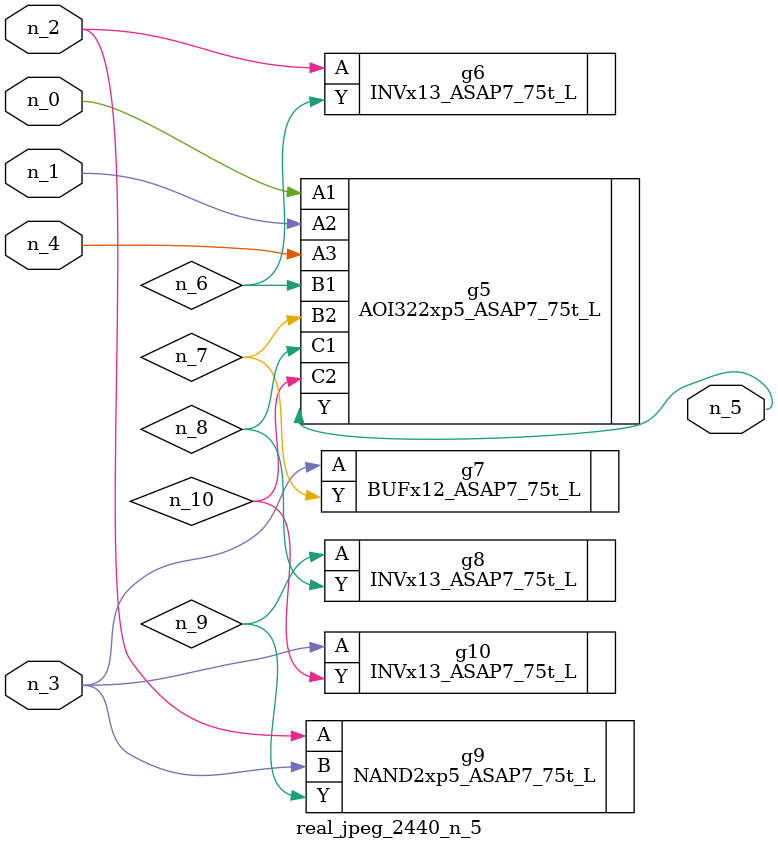
<source format=v>
module real_jpeg_2440_n_5 (n_4, n_0, n_1, n_2, n_3, n_5);

input n_4;
input n_0;
input n_1;
input n_2;
input n_3;

output n_5;

wire n_8;
wire n_6;
wire n_7;
wire n_10;
wire n_9;

AOI322xp5_ASAP7_75t_L g5 ( 
.A1(n_0),
.A2(n_1),
.A3(n_4),
.B1(n_6),
.B2(n_7),
.C1(n_8),
.C2(n_10),
.Y(n_5)
);

INVx13_ASAP7_75t_L g6 ( 
.A(n_2),
.Y(n_6)
);

NAND2xp5_ASAP7_75t_L g9 ( 
.A(n_2),
.B(n_3),
.Y(n_9)
);

BUFx12_ASAP7_75t_L g7 ( 
.A(n_3),
.Y(n_7)
);

INVx13_ASAP7_75t_L g10 ( 
.A(n_3),
.Y(n_10)
);

INVx13_ASAP7_75t_L g8 ( 
.A(n_9),
.Y(n_8)
);


endmodule
</source>
